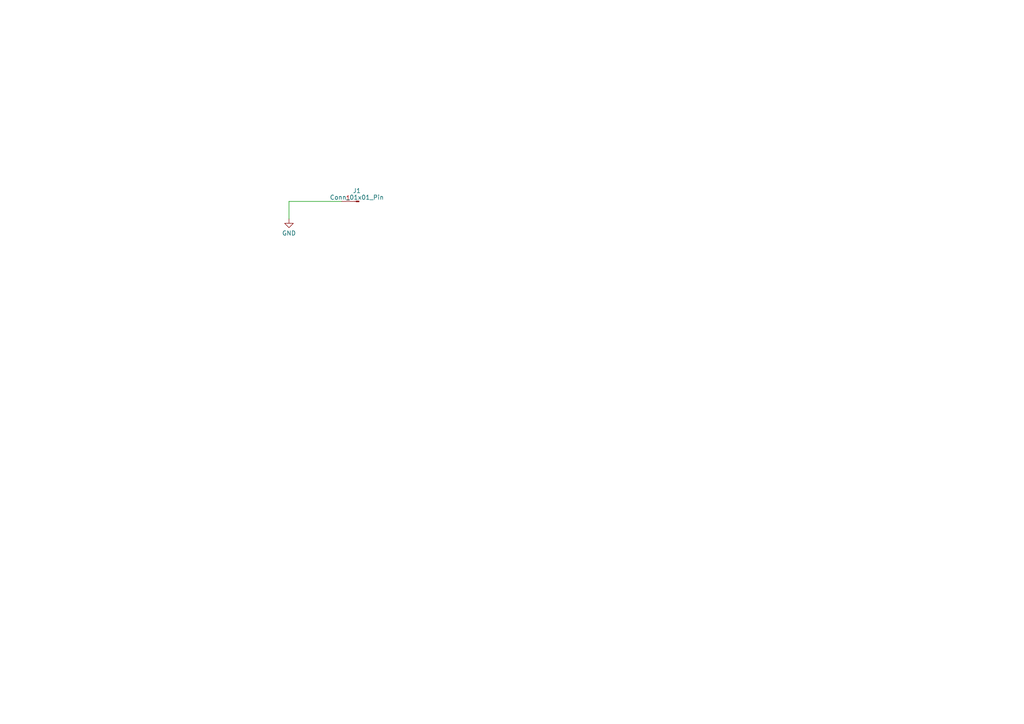
<source format=kicad_sch>
(kicad_sch (version 20230121) (generator eeschema)
  (paper "A4")
  (title_block (title "Index Feeder Indexing Wheel"))
  (lib_symbols
    (symbol "Connector:Conn_01x01_Pin" (pin_names (offset 1.016) hide)
      (property "Reference" "J" (at 0 2.54 0))
      (property "Value" "Conn_01x01_Pin" (at 0 -2.54 0))
      (symbol "Conn_01x01_Pin_1_1"
        (polyline (pts (xy 1.27 0) (xy 0.8636 0)) (stroke (width 0.1524)))
        (rectangle (start 0.8636 0.127) (end 0 -0.127) (stroke (width 0.1524)) (fill (type outline)))
        (pin passive line (at 5.08 0 180) (length 3.81) (name "Pin_1") (number "1"))
      )
    )
    (symbol "power:GND" (power) (pin_names (offset 0))
      (property "Value" "GND" (at 0 -3.81 0))
      (symbol "GND_0_1"
        (polyline (pts (xy 0 0) (xy 0 -1.27) (xy 1.27 -1.27) (xy 0 -2.54) (xy -1.27 -1.27) (xy 0 -1.27)))
      )
      (symbol "GND_1_1"
        (pin power_in line (at 0 0 270) (length 0) hide (name "GND") (number "1"))
      )
    )
  )
  (wire (pts (xy 83.82 63.5) (xy 83.82 58.42)))
  (wire (pts (xy 83.82 58.42) (xy 99.06 58.42)))
  (symbol (lib_id "power:GND") (at 83.82 63.5 0) (mirror y) (unit 1)
    (property "Reference" "#PWR01" (effects hide))
    (property "Value" "GND" (at 83.82 67.6355 0))
  )
  (symbol (lib_id "Connector:Conn_01x01_Pin") (at 104.14 58.42 180) (unit 1)
    (property "Reference" "J1" (at 103.505 55.3339 0))
    (property "Value" "Conn_01x01_Pin" (at 103.505 57.2549 0))
    (property "Footprint" "Connector_PinHeader_1.00mm:PinHeader_1x01_P1.00mm_Horizontal" (effects hide))
  )
)
</source>
